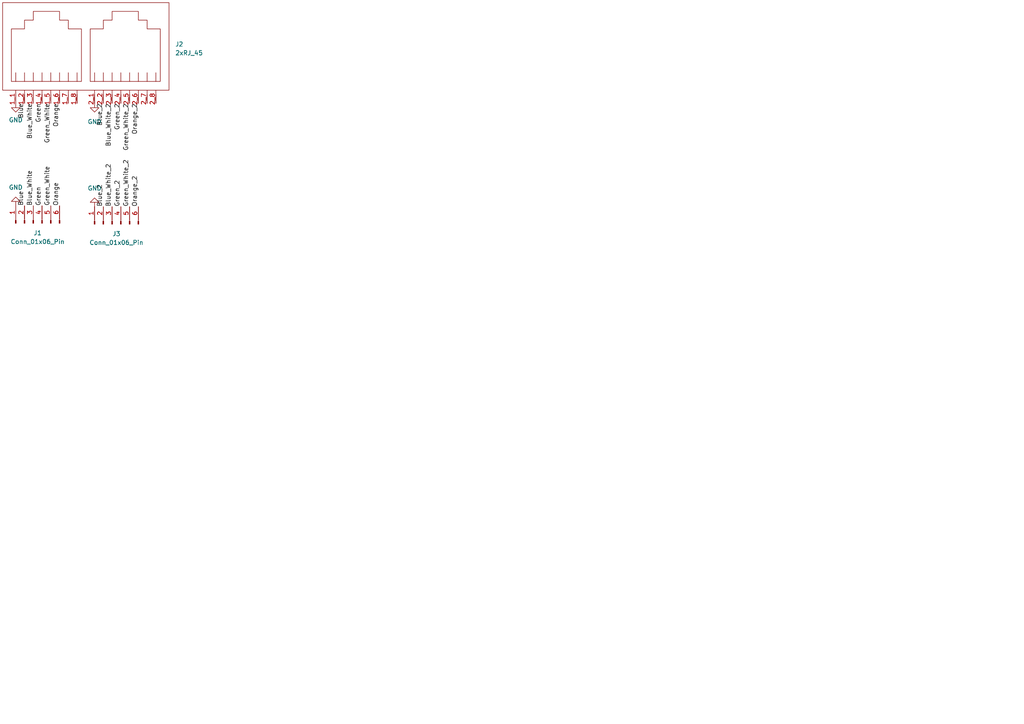
<source format=kicad_sch>
(kicad_sch (version 20230121) (generator eeschema)
  (paper "A4")
  (lib_symbols
    (symbol "Connector:Conn_01x06_Pin" (pin_names (offset 1.016) hide)
      (property "Reference" "J" (at 0 7.62 0))
      (property "Value" "Conn_01x06_Pin" (at 0 -10.16 0))
      (symbol "Conn_01x06_Pin_1_1"
        (polyline (pts (xy 1.27 -7.62) (xy 0.8636 -7.62)) (stroke (width 0.1524)))
        (polyline (pts (xy 1.27 -5.08) (xy 0.8636 -5.08)) (stroke (width 0.1524)))
        (polyline (pts (xy 1.27 -2.54) (xy 0.8636 -2.54)) (stroke (width 0.1524)))
        (polyline (pts (xy 1.27 0) (xy 0.8636 0)) (stroke (width 0.1524)))
        (polyline (pts (xy 1.27 2.54) (xy 0.8636 2.54)) (stroke (width 0.1524)))
        (polyline (pts (xy 1.27 5.08) (xy 0.8636 5.08)) (stroke (width 0.1524)))
        (rectangle (start 0.8636 -7.493) (end 0 -7.747) (stroke (width 0.1524)) (fill (type outline)))
        (rectangle (start 0.8636 -4.953) (end 0 -5.207) (stroke (width 0.1524)) (fill (type outline)))
        (rectangle (start 0.8636 -2.413) (end 0 -2.667) (stroke (width 0.1524)) (fill (type outline)))
        (rectangle (start 0.8636 0.127) (end 0 -0.127) (stroke (width 0.1524)) (fill (type outline)))
        (rectangle (start 0.8636 2.667) (end 0 2.413) (stroke (width 0.1524)) (fill (type outline)))
        (rectangle (start 0.8636 5.207) (end 0 4.953) (stroke (width 0.1524)) (fill (type outline)))
        (pin passive line (at 5.08 5.08 180) (length 3.81) (name "Pin_1") (number "1"))
        (pin passive line (at 5.08 2.54 180) (length 3.81) (name "Pin_2") (number "2"))
        (pin passive line (at 5.08 0 180) (length 3.81) (name "Pin_3") (number "3"))
        (pin passive line (at 5.08 -2.54 180) (length 3.81) (name "Pin_4") (number "4"))
        (pin passive line (at 5.08 -5.08 180) (length 3.81) (name "Pin_5") (number "5"))
        (pin passive line (at 5.08 -7.62 180) (length 3.81) (name "Pin_6") (number "6"))
      )
    )
    (symbol "Duel_Ethernet_Port:Duel_Ethernet_Port"
      (property "Reference" "J" (at -10.16 25.4 0))
      (property "Value" "2xRJ_45" (at 10.16 25.4 0))
      (symbol "Duel_Ethernet_Port_0_0"
        (pin passive line (at -15.24 17.78 0) (length 2.54) (name "") (number "1_2"))
        (pin passive line (at -15.24 -5.08 0) (length 2.54) (name "") (number "2_2"))
      )
      (symbol "Duel_Ethernet_Port_0_1"
        (rectangle (start -11.43 24.13) (end 13.97 -24.13))
        (polyline (pts (xy -12.7 -20.32) (xy -11.43 -20.32)))
        (polyline (pts (xy -12.7 -17.78) (xy -11.43 -17.78)))
        (polyline (pts (xy -12.7 -15.24) (xy -11.43 -15.24)))
        (polyline (pts (xy -12.7 -12.7) (xy -11.43 -12.7)))
        (polyline (pts (xy -12.7 -10.16) (xy -11.43 -10.16)))
        (polyline (pts (xy -12.7 -7.62) (xy -11.43 -7.62)))
        (polyline (pts (xy -12.7 -5.08) (xy -11.43 -5.08)))
        (polyline (pts (xy -12.7 -2.54) (xy -11.43 -2.54)))
        (polyline (pts (xy -12.7 2.54) (xy -11.43 2.54)))
        (polyline (pts (xy -12.7 5.08) (xy -11.43 5.08)))
        (polyline (pts (xy -12.7 7.62) (xy -11.43 7.62)))
        (polyline (pts (xy -12.7 10.16) (xy -11.43 10.16)))
        (polyline (pts (xy -12.7 12.7) (xy -11.43 12.7)))
        (polyline (pts (xy -12.7 15.24) (xy -11.43 15.24)))
        (polyline (pts (xy -12.7 17.78) (xy -11.43 17.78)))
        (polyline (pts (xy -12.7 20.32) (xy -11.43 20.32)))
        (polyline (pts (xy -8.89 -17.78) (xy -6.35 -17.78)))
        (polyline (pts (xy -8.89 -12.7) (xy -6.35 -12.7)))
        (polyline (pts (xy -8.89 -7.62) (xy -6.35 -7.62)))
        (polyline (pts (xy -8.89 -2.54) (xy -6.35 -2.54)))
        (polyline (pts (xy -8.89 5.08) (xy -6.35 5.08)))
        (polyline (pts (xy -8.89 10.16) (xy -6.35 10.16)))
        (polyline (pts (xy -8.89 15.24) (xy -6.35 15.24)))
        (polyline (pts (xy -8.89 20.32) (xy -6.35 20.32)))
        (polyline (pts (xy -8.89 -20.32) (xy -6.35 -20.32) (xy -6.35 -20.32)))
        (polyline (pts (xy -8.89 -15.24) (xy -6.35 -15.24) (xy -6.35 -15.24)))
        (polyline (pts (xy -8.89 -10.16) (xy -6.35 -10.16) (xy -6.35 -10.16)))
        (polyline (pts (xy -8.89 -5.08) (xy -6.35 -5.08) (xy -6.35 -5.08)))
        (polyline (pts (xy -8.89 2.54) (xy -6.35 2.54) (xy -6.35 2.54)))
        (polyline (pts (xy -8.89 7.62) (xy -6.35 7.62) (xy -6.35 7.62)))
        (polyline (pts (xy -8.89 12.7) (xy -6.35 12.7) (xy -6.35 12.7)))
        (polyline (pts (xy -8.89 17.78) (xy -6.35 17.78) (xy -6.35 17.78)))
        (polyline (pts (xy -8.89 -1.27) (xy -8.89 -21.59) (xy 6.35 -21.59) (xy 6.35 -17.78) (xy 8.89 -17.78) (xy 8.89 -15.24) (xy 11.43 -15.24) (xy 11.43 -7.62) (xy 8.89 -7.62) (xy 8.89 -5.08) (xy 6.35 -5.08) (xy 6.35 -1.27) (xy -8.89 -1.27)))
        (polyline (pts (xy -8.89 21.59) (xy -8.89 1.27) (xy 6.35 1.27) (xy 6.35 5.08) (xy 8.89 5.08) (xy 8.89 7.62) (xy 11.43 7.62) (xy 11.43 15.24) (xy 8.89 15.24) (xy 8.89 17.78) (xy 6.35 17.78) (xy 6.35 21.59) (xy -8.89 21.59)))
      )
      (symbol "Duel_Ethernet_Port_1_0"
        (pin passive line (at -15.24 20.32 0) (length 2.54) (name "") (number "1_1"))
        (pin passive line (at -15.24 12.7 0) (length 2.54) (name "") (number "1_4"))
        (pin passive line (at -15.24 10.16 0) (length 2.54) (name "") (number "1_5"))
        (pin passive line (at -15.24 5.08 0) (length 2.54) (name "") (number "1_7"))
        (pin passive line (at -15.24 -2.54 0) (length 2.54) (name "") (number "2_1"))
        (pin passive line (at -15.24 -10.16 0) (length 2.54) (name "") (number "2_4"))
        (pin passive line (at -15.24 -12.7 0) (length 2.54) (name "") (number "2_5"))
        (pin passive line (at -15.24 -17.78 0) (length 2.54) (name "") (number "2_7"))
      )
      (symbol "Duel_Ethernet_Port_1_1"
        (pin passive line (at -15.24 15.24 0) (length 2.54) (name "") (number "1_3"))
        (pin passive line (at -15.24 7.62 0) (length 2.54) (name "") (number "1_6"))
        (pin passive line (at -15.24 2.54 0) (length 2.54) (name "") (number "1_8"))
        (pin passive line (at -15.24 -7.62 0) (length 2.54) (name "") (number "2_3"))
        (pin passive line (at -15.24 -15.24 0) (length 2.54) (name "") (number "2_6"))
        (pin passive line (at -15.24 -20.32 0) (length 2.54) (name "") (number "2_8"))
      )
    )
    (symbol "power:GND" (power) (pin_names (offset 0))
      (property "Value" "GND" (at 0 -3.81 0))
      (symbol "GND_0_1"
        (polyline (pts (xy 0 0) (xy 0 -1.27) (xy 1.27 -1.27) (xy 0 -2.54) (xy -1.27 -1.27) (xy 0 -1.27)))
      )
      (symbol "GND_1_1"
        (pin power_in line (at 0 0 270) (length 0) hide (name "GND") (number "1"))
      )
    )
  )
  (label "Green_White" (at 14.732 29.972 270))
  (label "Green_White" (at 14.732 59.69 90))
  (label "Green_White_2" (at 37.592 59.944 90))
  (label "Blue_White_2" (at 32.512 59.944 90))
  (label "Blue_White" (at 9.652 29.972 270))
  (label "Green_2" (at 35.052 29.972 270))
  (label "Blue_White_2" (at 32.512 29.972 270))
  (label "Orange" (at 17.272 59.69 90))
  (label "Orange_2" (at 40.132 59.944 90))
  (label "Blue_White" (at 9.652 59.69 90))
  (label "Orange" (at 17.272 29.972 270))
  (label "Green_White_2" (at 37.592 29.972 270))
  (label "Green" (at 12.192 29.972 270))
  (label "Blue_2" (at 29.972 59.944 90))
  (label "Orange_2" (at 40.132 29.972 270))
  (label "Green" (at 12.192 59.69 90))
  (label "Blue_2" (at 29.972 29.972 270))
  (label "Blue" (at 7.112 59.69 90))
  (label "Green_2" (at 35.052 59.944 90))
  (label "Blue" (at 7.112 29.972 270))
  (symbol (lib_id "Duel_Ethernet_Port:Duel_Ethernet_Port") (at 24.892 14.732 90) (unit 1)
    (property "Reference" "J2" (at 50.8 12.827 90) (effects (justify right)))
    (property "Value" "2xRJ_45" (at 50.8 15.367 90) (effects (justify right)))
    (property "Footprint" "TE_2xRJ45:TE_2xRJ45" (effects hide))
  )
  (symbol (lib_id "power:GND") (at 4.572 29.972 0) (unit 1)
    (property "Reference" "#PWR01" (effects hide))
    (property "Value" "GND" (at 4.572 34.798 0))
  )
  (symbol (lib_id "power:GND") (at 27.432 29.972 0) (unit 1)
    (property "Reference" "#PWR03" (effects hide))
    (property "Value" "GND" (at 27.432 35.306 0))
  )
  (symbol (lib_id "Connector:Conn_01x06_Pin") (at 32.512 65.024 90) (unit 1)
    (property "Reference" "J3" (at 33.782 67.818 90))
    (property "Value" "Conn_01x06_Pin" (at 33.782 70.358 90))
    (property "Footprint" "Connector_PinSocket_2.54mm:PinSocket_1x06_P2.54mm_Vertical" (effects hide))
  )
  (symbol (lib_id "Connector:Conn_01x06_Pin") (at 9.652 64.77 90) (unit 1)
    (property "Reference" "J1" (at 10.922 67.564 90))
    (property "Value" "Conn_01x06_Pin" (at 10.922 70.104 90))
    (property "Footprint" "Connector_PinSocket_2.54mm:PinSocket_1x06_P2.54mm_Vertical" (effects hide))
  )
  (symbol (lib_id "power:GND") (at 27.432 59.944 180) (unit 1)
    (property "Reference" "#PWR04" (effects hide))
    (property "Value" "GND" (at 27.432 54.61 0))
  )
  (symbol (lib_id "power:GND") (at 4.572 59.69 180) (unit 1)
    (property "Reference" "#PWR02" (effects hide))
    (property "Value" "GND" (at 4.572 54.356 0))
  )
)
</source>
